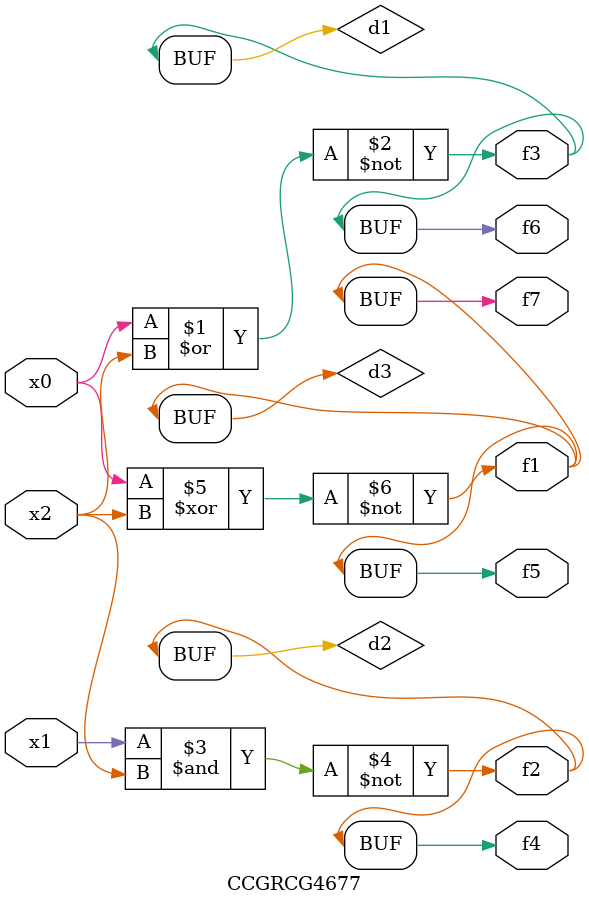
<source format=v>
module CCGRCG4677(
	input x0, x1, x2,
	output f1, f2, f3, f4, f5, f6, f7
);

	wire d1, d2, d3;

	nor (d1, x0, x2);
	nand (d2, x1, x2);
	xnor (d3, x0, x2);
	assign f1 = d3;
	assign f2 = d2;
	assign f3 = d1;
	assign f4 = d2;
	assign f5 = d3;
	assign f6 = d1;
	assign f7 = d3;
endmodule

</source>
